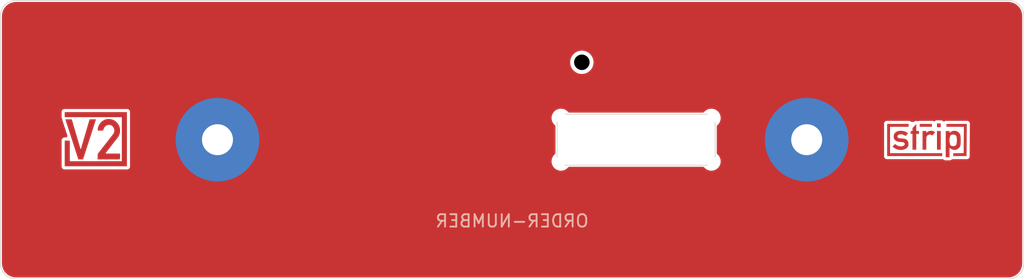
<source format=kicad_pcb>
(kicad_pcb (version 20221018) (generator pcbnew)
  (title_block (date "2023-01-09"))
  (layers (0 "F.Cu" signal "Front") (31 "B.Cu" signal "Back") (34 "B.Paste" user) (35 "F.Paste" user) (36 "B.SilkS" user "B.Silkscreen") (37 "F.SilkS" user "F.Silkscreen") (38 "B.Mask" user) (39 "F.Mask" user) (44 "Edge.Cuts" user))
  (property "Order-Number" "ORDER-NUMBER")
  (net 0 "")
  (net 1 "GND")
  (footprint "V2_Artwork:Board_strip_Small" (layer "F.Cu") (at 176.75 106)
    (fp_text reference "LOGO1" hide)
    (fp_text value "Board_strip" hide)
    (fp_poly (pts (xy 0.325169 -0.834359) (xy -0.460114 -0.834359) (xy -0.460114 -1.019567) (xy 0.325169 -1.019567)) (fill solid) (layer "F.Cu"))
    (fp_poly (pts (xy 0.896934 -0.805564) (xy 0.654046 -0.805564) (xy 0.654046 -1.048601) (xy 0.896934 -1.048601)) (fill solid) (layer "F.Cu"))
    (fp_poly (pts (xy 0.896934 0.645529) (xy 0.654046 0.645529) (xy 0.654046 -0.561474) (xy 0.896934 -0.561474)) (fill solid) (layer "F.Cu"))
    (fp_poly (pts (xy -1.174753 -0.834359) (xy -2.374904 -0.834359) (xy -2.374904 0.872998) (xy 0.989538 0.872998) (xy 0.989538 1.058206) (xy -2.560112 1.058206) (xy -2.560112 -1.019567) (xy -1.174753 -1.019567)) (fill solid) (layer "F.Cu"))
    (fp_poly (pts (xy 2.560104 1.058323) (xy 1.69968 1.058323) (xy 1.69968 0.873184) (xy 2.374896 0.873184) (xy 2.389978 -0.834261) (xy 1.264969 -0.834261) (xy 1.264969 -1.0194) (xy 2.575186 -1.0194)) (fill solid) (layer "F.Cu"))
    (fp_poly (pts (xy -0.683158 -0.561474) (xy -0.506416 -0.561474) (xy -0.506416 -0.375367) (xy -0.683158 -0.375367) (xy -0.683158 0.646699) (xy -0.92631 0.646699) (xy -0.92631 -0.375367) (xy -1.047225 -0.375367) (xy -1.047225 -0.561474) (xy -0.92631 -0.561474) (xy -0.92631 -0.750971) (xy -0.683158 -1.010258)) (fill solid) (layer "F.Cu"))
    (fp_poly (pts (xy 0.29962 -0.575022) (xy 0.31604 -0.573933) (xy 0.332361 -0.572117) (xy 0.34858 -0.569575) (xy 0.3647 -0.566306) (xy 0.380717 -0.56231) (xy 0.396634 -0.557587) (xy 0.412448 -0.552137) (xy 0.428161 -0.545959) (xy 0.44377 -0.539054) (xy 0.459276 -0.531421) (xy 0.474679 -0.52306) (xy 0.489978 -0.51397) (xy 0.505173 -0.504153) (xy 0.520263 -0.493607) (xy 0.535248 -0.482332) (xy 0.359829 -0.273079) (xy 0.349945 -0.280256) (xy 0.340036 -0.28697) (xy 0.330104 -0.293222) (xy 0.32015 -0.29901) (xy 0.310174 -0.304335) (xy 0.300177 -0.309197) (xy 0.29016 -0.313596) (xy 0.280124 -0.317532) (xy 0.270069 -0.321004) (xy 0.259996 -0.324014) (xy 0.249906 -0.326561) (xy 0.2398 -0.328645) (xy 0.229678 -0.330265) (xy 0.219542 -0.331423) (xy 0.209391 -0.332117) (xy 0.199228 -0.332349) (xy 0.188128 -0.332115) (xy 0.177153 -0.331412) (xy 0.166303 -0.330241) (xy 0.15558 -0.328603) (xy 0.144984 -0.326496) (xy 0.134515 -0.323922) (xy 0.124176 -0.32088) (xy 0.113966 -0.317371) (xy 0.103886 -0.313395) (xy 0.093937 -0.308952) (xy 0.08412 -0.304042) (xy 0.074435 -0.298665) (xy 0.064884 -0.292822) (xy 0.055466 -0.286512) (xy 0.046184 -0.279737) (xy 0.037037 -0.272495) (xy 0.028244 -0.264717) (xy 0.020021 -0.256373) (xy 0.012368 -0.247465) (xy 0.005284 -0.237991) (xy -0.001231 -0.227951) (xy -0.007178 -0.217346) (xy -0.012556 -0.206173) (xy -0.017367 -0.194434) (xy -0.02161 -0.182128) (xy -0.025286 -0.169254) (xy -0.028396 -0.155813) (xy -0.030939 -0.141803) (xy -0.032916 -0.127225) (xy -0.034328 -0.112078) (xy -0.035175 -0.096361) (xy -0.035457 -0.080075) (xy -0.035457 0.645529) (xy -0.278611 0.645529) (xy -0.278611 -0.561474) (xy -0.035457 -0.561474) (xy -0.035457 -0.432299) (xy -0.030961 -0.432299) (xy -0.016524 -0.449626) (xy -0.001394 -0.465835) (xy 0.01443 -0.480926) (xy 0.030948 -0.494899) (xy 0.048158 -0.507755) (xy 0.066062 -0.519492) (xy 0.084657 -0.530112) (xy 0.103944 -0.539614) (xy 0.123923 -0.547998) (xy 0.144592 -0.555264) (xy 0.165953 -0.561412) (xy 0.188003 -0.566442) (xy 0.210744 -0.570355) (xy 0.234174 -0.573149) (xy 0.258293 -0.574826) (xy 0.2831 -0.575385)) (fill solid) (layer "F.Cu"))
    (fp_poly (pts (xy 1.786117 -0.57521) (xy 1.799563 -0.574684) (xy 1.812778 -0.573808) (xy 1.825762 -0.572582) (xy 1.838513 -0.571005) (xy 1.851031 -0.569079) (xy 1.863314 -0.566803) (xy 1.875363 -0.564178) (xy 1.887176 -0.561203) (xy 1.898753 -0.557879) (xy 1.910092 -0.554206) (xy 1.921194 -0.550185) (xy 1.932057 -0.545814) (xy 1.94268 -0.541096) (xy 1.953063 -0.536028) (xy 1.963205 -0.530613) (xy 1.973117 -0.524935) (xy 1.982813 -0.519078) (xy 1.992291 -0.513044) (xy 2.001553 -0.506831) (xy 2.010597 -0.50044) (xy 2.019425 -0.493871) (xy 2.028035 -0.487124) (xy 2.036428 -0.480199) (xy 2.044604 -0.473096) (xy 2.052564 -0.465815) (xy 2.060306 -0.458356) (xy 2.067831 -0.450718) (xy 2.075139 -0.442903) (xy 2.08223 -0.43491) (xy 2.089104 -0.426738) (xy 2.095761 -0.418388) (xy 2.101884 -0.410171) (xy 2.107755 -0.401785) (xy 2.113372 -0.393229) (xy 2.118738 -0.384503) (xy 2.123853 -0.375609) (xy 2.128717 -0.366545) (xy 2.133331 -0.357312) (xy 2.137697 -0.347911) (xy 2.141815 -0.338342) (xy 2.145685 -0.328603) (xy 2.149309 -0.318697) (xy 2.152687 -0.308623) (xy 2.155821 -0.298381) (xy 2.15871 -0.287971) (xy 2.161356 -0.277394) (xy 2.163759 -0.266649) (xy 2.16795 -0.242861) (xy 2.171593 -0.214808) (xy 2.174683 -0.182485) (xy 2.177219 -0.145891) (xy 2.179197 -0.105023) (xy 2.180614 -0.059877) (xy 2.181466 -0.010452) (xy 2.181751 0.043255) (xy 2.181466 0.096649) (xy 2.180614 0.145834) (xy 2.179197 0.190808) (xy 2.177219 0.231569) (xy 2.174683 0.268116) (xy 2.171593 0.300447) (xy 2.16795 0.328562) (xy 2.163759 0.352459) (xy 2.161356 0.363283) (xy 2.15871 0.373923) (xy 2.155821 0.384379) (xy 2.152687 0.394653) (xy 2.149309 0.404742) (xy 2.145685 0.414648) (xy 2.141815 0.42437) (xy 2.137697 0.433909) (xy 2.133331 0.443265) (xy 2.128717 0.452436) (xy 2.123853 0.461425) (xy 2.118738 0.470229) (xy 2.113372 0.47885) (xy 2.107755 0.487288) (xy 2.101884 0.495542) (xy 2.095761 0.503612) (xy 2.089104 0.512085) (xy 2.08223 0.520364) (xy 2.075139 0.528447) (xy 2.067831 0.536337) (xy 2.060306 0.544032) (xy 2.052564 0.551532) (xy 2.044604 0.558838) (xy 2.036428 0.565949) (xy 2.028035 0.572866) (xy 2.019425 0.579588) (xy 2.010597 0.586116) (xy 2.001553 0.592449) (xy 1.992291 0.598588) (xy 1.982813 0.604532) (xy 1.973117 0.610282) (xy 1.963205 0.615837) (xy 1.953063 0.621124) (xy 1.94268 0.626068) (xy 1.932057 0.63067) (xy 1.921194 0.63493) (xy 1.910092 0.638848) (xy 1.898753 0.642425) (xy 1.887176 0.64566) (xy 1.875363 0.648554) (xy 1.863314 0.651107) (xy 1.851031 0.653319) (xy 1.838513 0.655191) (xy 1.825762 0.656721) (xy 1.812778 0.657911) (xy 1.799563 0.658761) (xy 1.786117 0.659271) (xy 1.77244 0.659441) (xy 1.760757 0.659292) (xy 1.749223 0.658843) (xy 1.737838 0.658096) (xy 1.726601 0.65705) (xy 1.715514 0.655704) (xy 1.704575 0.654059) (xy 1.693785 0.652114) (xy 1.683143 0.64987) (xy 1.672651 0.647325) (xy 1.662307 0.64448) (xy 1.652113 0.641335) (xy 1.642067 0.637889) (xy 1.63217 0.634143) (xy 1.622421 0.630095) (xy 1.612822 0.625747) (xy 1.603371 0.621097) (xy 1.594023 0.616193) (xy 1.584731 0.61108) (xy 1.575496 0.605759) (xy 1.566317 0.60023) (xy 1.557196 0.594493) (xy 1.548133 0.588547) (xy 1.539128 0.582393) (xy 1.530181 0.576031) (xy 1.521293 0.569461) (xy 1.512465 0.562683) (xy 1.503696 0.555696) (xy 1.494987 0.548501) (xy 1.486339 0.541098) (xy 1.477751 0.533487) (xy 1.46076 0.51764) (xy 1.46076 1.133825) (xy 1.217873 1.133825) (xy 1.217873 0.043255) (xy 1.46076 0.043255) (xy 1.461293 0.075936) (xy 1.46289 0.10831) (xy 1.465546 0.140378) (xy 1.46926 0.172138) (xy 1.474029 0.203592) (xy 1.479848 0.234739) (xy 1.486716 0.265579) (xy 1.494628 0.296112) (xy 1.496871 0.303588) (xy 1.499381 0.310826) (xy 1.50216 0.317827) (xy 1.505207 0.32459) (xy 1.508521 0.331116) (xy 1.512104 0.337404) (xy 1.515955 0.343454) (xy 1.520073 0.349267) (xy 1.52446 0.354842) (xy 1.529114 0.36018) (xy 1.534035 0.365281) (xy 1.539225 0.370144) (xy 1.544682 0.374769) (xy 1.550407 0.379158) (xy 1.556399 0.383308) (xy 1.562659 0.387222) (xy 1.569186 0.390898) (xy 1.57598 0.394337) (xy 1.583042 0.397538) (xy 1.590371 0.400502) (xy 1.597967 0.403229) (xy 1.605831 0.405719) (xy 1.613962 0.407972) (xy 1.622359 0.409987) (xy 1.631024 0.411765) (xy 1.639956 0.413306) (xy 1.649155 0.41461) (xy 1.65862 0.415677) (xy 1.668353 0.416506) (xy 1.678352 0.417099) (xy 1.688618 0.417454) (xy 1.69915 0.417573) (xy 1.719996 0.417114) (xy 1.739769 0.415737) (xy 1.758471 0.413443) (xy 1.776103 0.410232) (xy 1.792665 0.406103) (xy 1.808158 0.401057) (xy 1.822583 0.395095) (xy 1.83594 0.388216) (xy 1.848231 0.38042) (xy 1.859456 0.371708) (xy 1.869616 0.36208) (xy 1.878711 0.351536) (xy 1.886744 0.340076) (xy 1.893713 0.3277) (xy 1.899621 0.314409) (xy 1.904467 0.300203) (xy 1.912478 0.270487) (xy 1.919441 0.240082) (xy 1.925349 0.208988) (xy 1.930198 0.177209) (xy 1.933979 0.144744) (xy 1.936688 0.111596) (xy 1.938318 0.077766) (xy 1.938862 0.043255) (xy 1.938318 0.008694) (xy 1.936688 -0.025196) (xy 1.933979 -0.058415) (xy 1.930198 -0.090962) (xy 1.925349 -0.122835) (xy 1.919441 -0.154032) (xy 1.912478 -0.184553) (xy 1.904467 -0.214396) (xy 1.902176 -0.221656) (xy 1.899621 -0.228685) (xy 1.8968 -0.235484) (xy 1.893713 -0.242052) (xy 1.890361 -0.248389) (xy 1.886744 -0.254496) (xy 1.88286 -0.260371) (xy 1.878711 -0.266017) (xy 1.874297 -0.271431) (xy 1.869616 -0.276615) (xy 1.864669 -0.281568) (xy 1.859456 -0.28629) (xy 1.853976 -0.290782) (xy 1.848231 -0.295044) (xy 1.842219 -0.299075) (xy 1.83594 -0.302875) (xy 1.829395 -0.306445) (xy 1.822583 -0.309784) (xy 1.815504 -0.312893) (xy 1.808158 -0.315772) (xy 1.800545 -0.31842) (xy 1.792665 -0.320838) (xy 1.784517 -0.323025) (xy 1.776103 -0.324982) (xy 1.767421 -0.326709) (xy 1.758471 -0.328205) (xy 1.749254 -0.329472) (xy 1.739769 -0.330507) (xy 1.730016 -0.331313) (xy 1.719996 -0.331889) (xy 1.709707 -0.332234) (xy 1.69915 -0.332349) (xy 1.678352 -0.331872) (xy 1.65862 -0.330442) (xy 1.639956 -0.328058) (xy 1.622359 -0.324721) (xy 1.605831 -0.32043) (xy 1.590371 -0.315186) (xy 1.57598 -0.308989) (xy 1.562659 -0.301838) (xy 1.550407 -0.293733) (xy 1.539225 -0.284675) (xy 1.529114 -0.274663) (xy 1.520073 -0.263698) (xy 1.512104 -0.25178) (xy 1.505207 -0.238908) (xy 1.499381 -0.225082) (xy 1.494628 -0.210303) (xy 1.486716 -0.179644) (xy 1.479848 -0.148689) (xy 1.474029 -0.117438) (xy 1.46926 -0.085891) (xy 1.465546 -0.054049) (xy 1.46289 -0.02191) (xy 1.461293 0.010524) (xy 1.46076 0.043255) (xy 1.217873 0.043255) (xy 1.217873 -0.561474) (xy 1.46076 -0.561474) (xy 1.46076 -0.434637) (xy 1.476859 -0.451687) (xy 1.493405 -0.467636) (xy 1.510398 -0.482484) (xy 1.527841 -0.496231) (xy 1.545733 -0.508877) (xy 1.564076 -0.520423) (xy 1.582869 -0.530868) (xy 1.602115 -0.540213) (xy 1.621813 -0.548458) (xy 1.641964 -0.555603) (xy 1.66257 -0.561648) (xy 1.683631 -0.566594) (xy 1.705148 -0.57044) (xy 1.727121 -0.573188) (xy 1.749552 -0.574836) (xy 1.77244 -0.575385)) (fill solid) (layer "F.Cu"))
    (fp_poly (pts (xy -1.648987 -0.574684) (xy -1.611589 -0.572582) (xy -1.575592 -0.569079) (xy -1.558121 -0.566803) (xy -1.541003 -0.564178) (xy -1.524238 -0.561203) (xy -1.507828 -0.557879) (xy -1.491772 -0.554206) (xy -1.476073 -0.550185) (xy -1.46073 -0.545814) (xy -1.445744 -0.541096) (xy -1.431116 -0.536028) (xy -1.416847 -0.530613) (xy -1.389029 -0.518969) (xy -1.375389 -0.512797) (xy -1.36193 -0.506392) (xy -1.34865 -0.499755) (xy -1.33555 -0.492885) (xy -1.32263 -0.485782) (xy -1.30989 -0.478446) (xy -1.297329 -0.470877) (xy -1.284949 -0.463075) (xy -1.272748 -0.45504) (xy -1.260727 -0.446773) (xy -1.248886 -0.438272) (xy -1.237225 -0.429539) (xy -1.225743 -0.420572) (xy -1.214441 -0.411373) (xy -1.36446 -0.234736) (xy -1.382581 -0.246654) (xy -1.400832 -0.258034) (xy -1.419219 -0.268874) (xy -1.437749 -0.279173) (xy -1.456428 -0.28893) (xy -1.475262 -0.298142) (xy -1.494258 -0.30681) (xy -1.51342 -0.31493) (xy -1.523079 -0.31873) (xy -1.532904 -0.322284) (xy -1.542896 -0.325592) (xy -1.553054 -0.328653) (xy -1.563378 -0.331469) (xy -1.573868 -0.334039) (xy -1.584523 -0.336363) (xy -1.595342 -0.338442) (xy -1.606326 -0.340275) (xy -1.617473 -0.341864) (xy -1.628785 -0.343208) (xy -1.640259 -0.344307) (xy -1.651896 -0.345161) (xy -1.663696 -0.345771) (xy -1.675657 -0.346137) (xy -1.687781 -0.346259) (xy -1.70204 -0.346099) (xy -1.715747 -0.345618) (xy -1.728902 -0.344815) (xy -1.741503 -0.343691) (xy -1.753551 -0.342245) (xy -1.765046 -0.340477) (xy -1.775986 -0.338386) (xy -1.786371 -0.335972) (xy -1.796201 -0.333235) (xy -1.805476 -0.330174) (xy -1.814195 -0.326789) (xy -1.822358 -0.32308) (xy -1.829965 -0.319046) (xy -1.837014 -0.314687) (xy -1.843507 -0.310003) (xy -1.849441 -0.304993) (xy -1.85492 -0.299757) (xy -1.860045 -0.294351) (xy -1.864817 -0.288776) (xy -1.869235 -0.283032) (xy -1.8733 -0.277119) (xy -1.877012 -0.271036) (xy -1.880369 -0.264785) (xy -1.883374 -0.258365) (xy -1.886025 -0.251776) (xy -1.888323 -0.245019) (xy -1.890267 -0.238094) (xy -1.891857 -0.231001) (xy -1.893094 -0.22374) (xy -1.893978 -0.216311) (xy -1.894508 -0.208715) (xy -1.894685 -0.200952) (xy -1.894555 -0.196042) (xy -1.894164 -0.191176) (xy -1.893511 -0.186355) (xy -1.892597 -0.181577) (xy -1.891421 -0.176845) (xy -1.889983 -0.172157) (xy -1.888282 -0.167513) (xy -1.886317 -0.162915) (xy -1.88409 -0.158362) (xy -1.881598 -0.153855) (xy -1.878842 -0.149392) (xy -1.875821 -0.144976) (xy -1.872535 -0.140605) (xy -1.868984 -0.136281) (xy -1.865167 -0.132002) (xy -1.861083 -0.127771) (xy -1.85664 -0.123646) (xy -1.851744 -0.119732) (xy -1.846394 -0.116028) (xy -1.84059 -0.112535) (xy -1.834332 -0.109253) (xy -1.82762 -0.10618) (xy -1.820452 -0.103318) (xy -1.81283 -0.100665) (xy -1.804751 -0.098222) (xy -1.796216 -0.095988) (xy -1.787225 -0.093963) (xy -1.777776 -0.092148) (xy -1.767871 -0.090541) (xy -1.757507 -0.089143) (xy -1.746686 -0.087954) (xy -1.735406 -0.086972) (xy -1.535381 -0.073062) (xy -1.512424 -0.07111) (xy -1.490287 -0.068453) (xy -1.46897 -0.065093) (xy -1.448473 -0.061028) (xy -1.428799 -0.056259) (xy -1.409947 -0.050786) (xy -1.391918 -0.044609) (xy -1.374713 -0.037728) (xy -1.358332 -0.030143) (xy -1.342778 -0.021853) (xy -1.328049 -0.012859) (xy -1.314148 -0.003162) (xy -1.301074 0.00724) (xy -1.288829 0.018346) (xy -1.277414 0.030156) (xy -1.266829 0.04267) (xy -1.256978 0.055674) (xy -1.247766 0.068994) (xy -1.239192 0.082632) (xy -1.231255 0.096585) (xy -1.223955 0.110855) (xy -1.217292 0.12544) (xy -1.211266 0.140339) (xy -1.205875 0.155553) (xy -1.20112 0.17108) (xy -1.197001 0.186921) (xy -1.193516 0.203074) (xy -1.190666 0.21954) (xy -1.18845 0.236317) (xy -1.186867 0.253405) (xy -1.185918 0.270804) (xy -1.185601 0.288513) (xy -1.186169 0.310442) (xy -1.187871 0.331732) (xy -1.190708 0.352385) (xy -1.19468 0.372399) (xy -1.199787 0.391776) (xy -1.206028 0.410515) (xy -1.213404 0.428617) (xy -1.221916 0.446081) (xy -1.231561 0.462909) (xy -1.242342 0.4791) (xy -1.254258 0.494654) (xy -1.267308 0.509571) (xy -1.281493 0.523853) (xy -1.296813 0.537498) (xy -1.313268 0.550507) (xy -1.330857 0.56288) (xy -1.349266 0.57458) (xy -1.368176 0.585523) (xy -1.387587 0.59571) (xy -1.4075 0.605142) (xy -1.427914 0.613818) (xy -1.448827 0.621739) (xy -1.470241 0.628905) (xy -1.492155 0.635315) (xy -1.514567 0.640971) (xy -1.537478 0.645872) (xy -1.560888 0.650019) (xy -1.584796 0.653411) (xy -1.609201 0.65605) (xy -1.634104 0.657934) (xy -1.659503 0.659064) (xy -1.685399 0.659441) (xy -1.722774 0.658601) (xy -1.759591 0.656082) (xy -1.795852 0.651882) (xy -1.831557 0.646003) (xy -1.866707 0.638443) (xy -1.901303 0.629203) (xy -1.935345 0.618282) (xy -1.968834 0.605681) (xy -2.001772 0.591398) (xy -2.034159 0.575435) (xy -2.065995 0.55779) (xy -2.097281 0.538464) (xy -2.128019 0.517457) (xy -2.158209 0.494767) (xy -2.187851 0.470396) (xy -2.216947 0.444343) (xy -2.047085 0.27694) (xy -2.027043 0.295669) (xy -2.006504 0.313189) (xy -1.98547 0.3295) (xy -1.96394 0.344604) (xy -1.941913 0.358499) (xy -1.91939 0.371186) (xy -1.896371 0.382665) (xy -1.872857 0.392935) (xy -1.848846 0.401997) (xy -1.824339 0.409851) (xy -1.799335 0.416497) (xy -1.773836 0.421934) (xy -1.747841 0.426163) (xy -1.721349 0.429184) (xy -1.694362 0.430996) (xy -1.666878 0.4316) (xy -1.654073 0.431447) (xy -1.641552 0.430987) (xy -1.629316 0.430221) (xy -1.617364 0.429149) (xy -1.605696 0.427772) (xy -1.594311 0.426089) (xy -1.583209 0.424102) (xy -1.572389 0.42181) (xy -1.561852 0.419214) (xy -1.551596 0.416314) (xy -1.541622 0.413111) (xy -1.531929 0.409605) (xy -1.522516 0.405796) (xy -1.513383 0.401684) (xy -1.504531 0.39727) (xy -1.495958 0.392555) (xy -1.487788 0.387541) (xy -1.4839 0.384923) (xy -1.480145 0.382231) (xy -1.476521 0.379466) (xy -1.473029 0.376626) (xy -1.469669 0.373713) (xy -1.46644 0.370726) (xy -1.463343 0.367665) (xy -1.460378 0.36453) (xy -1.457545 0.361321) (xy -1.454844 0.358039) (xy -1.452274 0.354683) (xy -1.449837 0.351253) (xy -1.447531 0.34775) (xy -1.445356 0.344173) (xy -1.443314 0.340522) (xy -1.441403 0.336798) (xy -1.439624 0.333) (xy -1.437977 0.329128) (xy -1.436462 0.325183) (xy -1.435078 0.321165) (xy -1.433826 0.317073) (xy -1.432706 0.312907) (xy -1.431718 0.308668) (xy -1.430861 0.304356) (xy -1.430137 0.29997) (xy -1.429544 0.295511) (xy -1.429082 0.290978) (xy -1.428753 0.286372) (xy -1.428489 0.27694) (xy -1.428634 0.270412) (xy -1.429066 0.264065) (xy -1.429787 0.257901) (xy -1.430796 0.251919) (xy -1.432094 0.246119) (xy -1.43368 0.240502) (xy -1.435554 0.235066) (xy -1.437717 0.229812) (xy -1.440168 0.224741) (xy -1.442907 0.219851) (xy -1.445935 0.215144) (xy -1.449251 0.210618) (xy -1.452855 0.206274) (xy -1.456748 0.202112) (xy -1.460929 0.198133) (xy -1.465398 0.194335) (xy -1.470156 0.190719) (xy -1.475202 0.187284) (xy -1.480537 0.184032) (xy -1.48616 0.180961) (xy -1.492071 0.178072) (xy -1.498271 0.175365) (xy -1.504759 0.17284) (xy -1.511535 0.170496) (xy -1.5186 0.168334) (xy -1.525953 0.166354) (xy -1.533594 0.164555) (xy -1.541524 0.162938) (xy -1.549742 0.161502) (xy -1.558248 0.160248) (xy -1.576126 0.158285) (xy -1.790174 0.13853) (xy -1.808725 0.136787) (xy -1.826873 0.134453) (xy -1.844619 0.131527) (xy -1.861963 0.12801) (xy -1.878906 0.123902) (xy -1.895447 0.119203) (xy -1.911587 0.113913) (xy -1.927328 0.108032) (xy -1.942668 0.101562) (xy -1.957609 0.0945) (xy -1.97215 0.086849) (xy -1.986293 0.078608) (xy -2.000037 0.069777) (xy -2.013383 0.060357) (xy -2.026332 0.050347) (xy -2.038883 0.039748) (xy -2.050851 0.028565) (xy -2.06205 0.016848) (xy -2.072479 0.004597) (xy -2.082138 -0.008189) (xy -2.091027 -0.021509) (xy -2.099144 -0.035363) (xy -2.106491 -0.049751) (xy -2.113065 -0.064674) (xy -2.118868 -0.080131) (xy -2.123898 -0.096122) (xy -2.128156 -0.112648) (xy -2.13164 -0.129708) (xy -2.134351 -0.147302) (xy -2.136287 -0.16543) (xy -2.13745 -0.184092) (xy -2.137837 -0.203289) (xy -2.137332 -0.22591) (xy -2.135816 -0.247829) (xy -2.13329 -0.269047) (xy -2.129755 -0.289565) (xy -2.12521 -0.309381) (xy -2.119657 -0.328497) (xy -2.113095 -0.346913) (xy -2.105525 -0.364628) (xy -2.096947 -0.381644) (xy -2.087362 -0.397959) (xy -2.07677 -0.413575) (xy -2.065172 -0.428491) (xy -2.052567 -0.442707) (xy -2.038957 -0.456225) (xy -2.024341 -0.469043) (xy -2.00872 -0.481163) (xy -1.992349 -0.492567) (xy -1.975483 -0.503235) (xy -1.958122 -0.51317) (xy -1.940268 -0.522369) (xy -1.92192 -0.530834) (xy -1.90308 -0.538563) (xy -1.883749 -0.545557) (xy -1.863927 -0.551815) (xy -1.843615 -0.557338) (xy -1.822814 -0.562125) (xy -1.801525 -0.566176) (xy -1.779748 -0.569491) (xy -1.757484 -0.572069) (xy -1.734735 -0.573911) (xy -1.7115 -0.575017) (xy -1.687781 -0.575385)) (fill solid) (layer "F.Cu"))
    (zone (net 0) (net_name "") (layer "F.Cu") (connect_pads (clearance 0)) (min_thickness 0.254)
      (keepout (tracks not_allowed) (vias not_allowed) (pads not_allowed) (copperpour not_allowed) (footprints not_allowed))
      (fill (thermal_gap 0.508) (thermal_bridge_width 0.508))
      (polygon (pts (xy 179.421621 107.179278) (xy 174.122096 107.179278) (xy 174.122096 104.851875) (xy 179.421621 104.851875)))
    )
  )
  (footprint "V2_Artwork:Logo_Small" (layer "F.Cu") (at 123.25 106)
    (fp_text reference "ICON1" hide)
    (fp_text value "V2-logo" hide)
    (fp_poly (pts (xy 1.91 1.7195) (xy -2.1005 1.7195) (xy -2.1005 0.0585) (xy -1.773 0.0585) (xy -1.773 1.392) (xy 1.5825 1.392) (xy 1.5825 -1.4555) (xy -2.1005 -1.4555) (xy -2.1005 -1.783) (xy 1.91 -1.783)) (fill solid) (layer "F.Cu"))
    (fp_poly (pts (xy -1.617677 -1.221322) (xy -1.084635 0.601822) (xy -1.059048 0.604213) (xy -0.526231 -1.218162) (xy -0.494416 -1.314387) (xy -0.190339 -1.314387) (xy -0.085353 -1.31286) (xy -0.918222 1.270316) (xy -1.019731 1.273487) (xy -1.223737 1.273487) (xy -2.056569 -1.309583) (xy -1.95594 -1.314387) (xy -1.651908 -1.314387)) (fill solid) (layer "F.Cu"))
    (fp_poly (pts (xy 0.862421 -1.32688) (xy 0.960344 -1.303887) (xy 1.053932 -1.266924) (xy 1.140943 -1.216397) (xy 1.219701 -1.153847) (xy 1.289786 -1.081749) (xy 1.350542 -1.001625) (xy 1.399768 -0.913898) (xy 1.435918 -0.820016) (xy 1.458468 -0.722) (xy 1.467956 -0.621911) (xy 1.465544 -0.521418) (xy 1.450928 -0.421932) (xy 1.422941 -0.325314) (xy 1.381219 -0.233761) (xy 1.32667 -0.149382) (xy 0.531352 0.87181) (xy 0.569453 0.895459) (xy 1.36796 0.895459) (xy 1.468453 0.900054) (xy 1.468453 1.206089) (xy 1.430088 1.273471) (xy 0.0225 1.273487) (xy 0.0225 0.967661) (xy 0.055771 0.877369) (xy 0.979104 -0.30523) (xy 1.038253 -0.385132) (xy 1.080844 -0.473929) (xy 1.098164 -0.570885) (xy 1.091767 -0.669077) (xy 1.059415 -0.761986) (xy 1.005396 -0.844371) (xy 0.93265 -0.91011) (xy 0.842392 -0.947991) (xy 0.744555 -0.957379) (xy 0.647511 -0.941672) (xy 0.558941 -0.899254) (xy 0.485254 -0.834228) (xy 0.432401 -0.751364) (xy 0.402317 -0.656406) (xy 0.361353 -0.584278) (xy 0.055147 -0.584278) (xy 0.02538 -0.657535) (xy 0.039764 -0.758101) (xy 0.066781 -0.854983) (xy 0.107035 -0.947172) (xy 0.159906 -1.032748) (xy 0.223839 -1.110347) (xy 0.296655 -1.179682) (xy 0.377971 -1.238903) (xy 0.467163 -1.285515) (xy 0.562602 -1.317508) (xy 0.661819 -1.334283) (xy 0.76236 -1.336756)) (fill solid) (layer "F.Cu"))
    (zone (net 0) (net_name "") (layer "F.Cu") (connect_pads (clearance 0)) (min_thickness 0.254)
      (keepout (tracks not_allowed) (vias not_allowed) (pads not_allowed) (copperpour not_allowed) (footprints allowed))
      (fill (thermal_gap 0.508) (thermal_bridge_width 0.508))
      (polygon (pts (xy 121.0275 107.8415) (xy 125.282 107.8415) (xy 125.282 104.095) (xy 121.0275 104.095) (xy 121.0275 104.63475) (xy 121.45295 105.9365) (xy 121.0275 105.9365)))
    )
  )
  (footprint "V2_Mechanical:Mounting_Hole_2mm_Pad_5.2mm" (layer "F.Cu") (at 169 106)
    (fp_text reference "H2" hide)
    (fp_text value "MountingHole_2mm_Pad_5.2mm" hide)
    (pad "1" thru_hole custom (at 0 0) (size 5.4 5.4) (drill 2) (layers "*.Cu" "*.Mask") (net 1 "GND") (options (clearance outline) (anchor circle)) (primitives (gr_bbox (start -0.75 -0.75) (end 0.75 0.75) (width 0.000001) (fill none))))
  )
  (footprint "V2_Mechanical:MountingHole_1mm" (layer "F.Cu") (at 154.5 101)
    (fp_text reference "H1" hide)
    (fp_text value "MountingHole_1mm" hide)
    (pad "" np_thru_hole circle (at 0 0) (size 1.2 1.2) (drill 1) (layers "*.Mask"))
  )
  (footprint "V2_PCB_Devices:PCB_Button-top" (layer "F.Cu") (at 158 106 90)
    (fp_text reference "SWT1" hide)
    (fp_text value "Button-top" hide)
    (fp_line (start -1.65 -5.1) (end 1.65 -5.1) (stroke (width 0.05)) (layer "Edge.Cuts"))
    (fp_line (start -1.65 5.1) (end -1.65 -5.1) (stroke (width 0.05)) (layer "Edge.Cuts"))
    (fp_line (start 1.65 -5.1) (end 1.65 5.1) (stroke (width 0.05)) (layer "Edge.Cuts"))
    (fp_line (start 1.65 5.1) (end -1.65 5.1) (stroke (width 0.05)) (layer "Edge.Cuts"))
    (pad "" np_thru_hole circle (at -1.4 -4.85 90) (size 0.7 0.7) (drill 0.7) (layers "*.Cu" "*.Mask"))
    (pad "" np_thru_hole circle (at -1.4 4.85 90) (size 0.7 0.7) (drill 0.7) (layers "*.Cu" "*.Mask"))
    (pad "" np_thru_hole circle (at 1.4 -4.85 90) (size 0.7 0.7) (drill 0.7) (layers "*.Cu" "*.Mask"))
    (pad "" np_thru_hole circle (at 1.4 4.85 90) (size 0.7 0.7) (drill 0.7) (layers "*.Cu" "*.Mask"))
  )
  (footprint "V2_Mechanical:Mounting_Hole_2mm_Pad_5.2mm" (layer "F.Cu") (at 131 106)
    (fp_text reference "H3" hide)
    (fp_text value "MountingHole_2mm_Pad_5.2mm" hide)
    (pad "1" thru_hole custom (at 0 0) (size 5.4 5.4) (drill 2) (layers "*.Cu" "*.Mask") (net 1 "GND") (options (clearance outline) (anchor circle)) (primitives (gr_bbox (start -0.75 -0.75) (end 0.75 0.75) (width 0.000001) (fill none))))
  )
  (footprint "V2_Production:Order_Number" (layer "B.Cu") (at 150 111.25 180)
    (fp_text reference "INFO1" hide)
    (fp_text value "ORDER-NUMBER" hide)
    (fp_text user "${Order-Number}" (at 0 0 unlocked) (layer "B.SilkS") (effects (font (size 0.8 0.8) (thickness 0.12)) (justify mirror)))
  )
  (gr_line (start 117 98) (end 117 114) (stroke (width 0.05)) (layer "Edge.Cuts"))
  (gr_line (start 118 97) (end 182 97) (stroke (width 0.05)) (layer "Edge.Cuts"))
  (gr_line (start 183 98) (end 183 114) (stroke (width 0.05)) (layer "Edge.Cuts"))
  (gr_arc (start 118 115) (mid 117.292893 114.707107) (end 117 114) (stroke (width 0.05)) (layer "Edge.Cuts"))
  (gr_arc (start 183 114) (mid 182.707107 114.707107) (end 182 115) (stroke (width 0.05)) (layer "Edge.Cuts"))
  (gr_arc (start 117 98) (mid 117.292893 97.292893) (end 118 97) (stroke (width 0.05)) (layer "Edge.Cuts"))
  (gr_arc (start 182 97) (mid 182.707107 97.292893) (end 183 98) (stroke (width 0.05)) (layer "Edge.Cuts"))
  (gr_line (start 118 115) (end 182 115) (stroke (width 0.05)) (layer "Edge.Cuts"))
  (zone (net 1) (net_name "GND") (layer "F.Cu") (priority 1) (connect_pads yes (clearance 0.2)) (min_thickness 0.2) (fill yes (thermal_gap 0.508) (thermal_bridge_width 0.508))
    (polygon (pts (xy 183 115) (xy 117 115) (xy 117 97) (xy 183 97)))
  )
)
</source>
